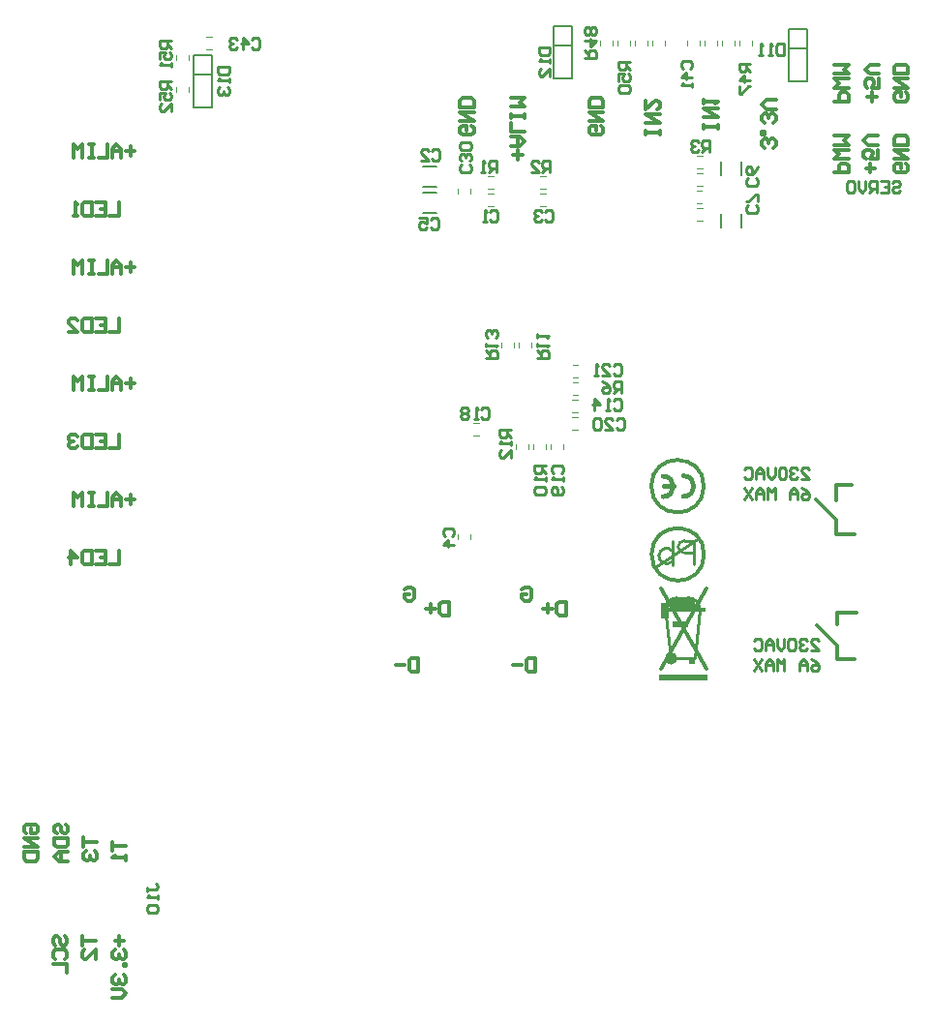
<source format=gbo>
G04 Layer_Color=32896*
%FSLAX25Y25*%
%MOIN*%
G70*
G01*
G75*
%ADD40C,0.00787*%
%ADD90C,0.01000*%
%ADD92C,0.01181*%
%ADD93C,0.00984*%
%ADD94C,0.00394*%
%ADD150C,0.01575*%
%ADD151C,0.02756*%
%ADD152R,0.08661X0.03937*%
%ADD153R,0.02756X0.05512*%
%ADD154R,0.14173X0.01575*%
%ADD155R,0.05512X0.01969*%
%ADD156R,0.02362X0.01969*%
%ADD157R,0.16535X0.02362*%
D40*
X196150Y-20055D02*
Y-1945D01*
X189850D02*
X196150D01*
X189850Y-20055D02*
Y-1945D01*
Y-20055D02*
X196150D01*
X189850Y-8638D02*
X196150D01*
X277150Y-21055D02*
Y-2945D01*
X270850D02*
X277150D01*
X270850Y-21055D02*
Y-2945D01*
Y-21055D02*
X277150D01*
X270850Y-9638D02*
X277150D01*
X247457Y-53264D02*
Y-48736D01*
X254543Y-53264D02*
Y-48736D01*
Y-71264D02*
Y-66736D01*
X247457Y-71264D02*
Y-66736D01*
X144736Y-57543D02*
X149264D01*
X144736Y-50457D02*
X149264D01*
X144736Y-59457D02*
X149264D01*
X144736Y-66543D02*
X149264D01*
X72150Y-30055D02*
Y-11945D01*
X65850D02*
X72150D01*
X65850Y-30055D02*
Y-11945D01*
Y-30055D02*
X72150D01*
X65850Y-18638D02*
X72150D01*
D90*
X232138Y-198976D02*
G03*
X228201Y-202913I0J-3937D01*
G01*
X240012D02*
G03*
X236075Y-198976I-3937J0D01*
G01*
X224744Y-188528D02*
X239744Y-178567D01*
X232138Y-198976D02*
X236075D01*
X228201Y-202126D02*
X230169Y-219842D01*
X238437D01*
X240012Y-202913D01*
X167876Y-66220D02*
X168532Y-65564D01*
X169844D01*
X170500Y-66220D01*
Y-68844D01*
X169844Y-69500D01*
X168532D01*
X167876Y-68844D01*
X166564Y-69500D02*
X165252D01*
X165908D01*
Y-65564D01*
X166564Y-66220D01*
X147876Y-45220D02*
X148532Y-44564D01*
X149844D01*
X150500Y-45220D01*
Y-47844D01*
X149844Y-48500D01*
X148532D01*
X147876Y-47844D01*
X143940Y-48500D02*
X146564D01*
X143940Y-45876D01*
Y-45220D01*
X144596Y-44564D01*
X145908D01*
X146564Y-45220D01*
X186876Y-66220D02*
X187532Y-65564D01*
X188844D01*
X189500Y-66220D01*
Y-68844D01*
X188844Y-69500D01*
X187532D01*
X186876Y-68844D01*
X185564Y-66220D02*
X184908Y-65564D01*
X183596D01*
X182940Y-66220D01*
Y-66876D01*
X183596Y-67532D01*
X184252D01*
X183596D01*
X182940Y-68188D01*
Y-68844D01*
X183596Y-69500D01*
X184908D01*
X185564Y-68844D01*
X152220Y-177624D02*
X151564Y-176968D01*
Y-175656D01*
X152220Y-175000D01*
X154844D01*
X155500Y-175656D01*
Y-176968D01*
X154844Y-177624D01*
X155500Y-180904D02*
X151564D01*
X153532Y-178936D01*
Y-181560D01*
X147376Y-68720D02*
X148032Y-68064D01*
X149344D01*
X150000Y-68720D01*
Y-71344D01*
X149344Y-72000D01*
X148032D01*
X147376Y-71344D01*
X143440Y-68064D02*
X146064D01*
Y-70032D01*
X144752Y-69376D01*
X144096D01*
X143440Y-70032D01*
Y-71344D01*
X144096Y-72000D01*
X145408D01*
X146064Y-71344D01*
X259280Y-54376D02*
X259936Y-55032D01*
Y-56344D01*
X259280Y-57000D01*
X256656D01*
X256000Y-56344D01*
Y-55032D01*
X256656Y-54376D01*
X259936Y-50440D02*
X259280Y-51752D01*
X257968Y-53064D01*
X256656D01*
X256000Y-52408D01*
Y-51096D01*
X256656Y-50440D01*
X257312D01*
X257968Y-51096D01*
Y-53064D01*
X259280Y-63876D02*
X259936Y-64532D01*
Y-65844D01*
X259280Y-66500D01*
X256656D01*
X256000Y-65844D01*
Y-64532D01*
X256656Y-63876D01*
X259936Y-62564D02*
Y-59940D01*
X259280D01*
X256656Y-62564D01*
X256000D01*
X210376Y-131220D02*
X211032Y-130564D01*
X212344D01*
X213000Y-131220D01*
Y-133844D01*
X212344Y-134500D01*
X211032D01*
X210376Y-133844D01*
X209064Y-134500D02*
X207752D01*
X208408D01*
Y-130564D01*
X209064Y-131220D01*
X203817Y-134500D02*
Y-130564D01*
X205785Y-132532D01*
X203161D01*
X164876Y-134220D02*
X165532Y-133564D01*
X166844D01*
X167500Y-134220D01*
Y-136844D01*
X166844Y-137500D01*
X165532D01*
X164876Y-136844D01*
X163564Y-137500D02*
X162252D01*
X162908D01*
Y-133564D01*
X163564Y-134220D01*
X160284D02*
X159628Y-133564D01*
X158317D01*
X157661Y-134220D01*
Y-134876D01*
X158317Y-135532D01*
X157661Y-136188D01*
Y-136844D01*
X158317Y-137500D01*
X159628D01*
X160284Y-136844D01*
Y-136188D01*
X159628Y-135532D01*
X160284Y-134876D01*
Y-134220D01*
X159628Y-135532D02*
X158317D01*
X189720Y-156124D02*
X189064Y-155468D01*
Y-154156D01*
X189720Y-153500D01*
X192344D01*
X193000Y-154156D01*
Y-155468D01*
X192344Y-156124D01*
X193000Y-157436D02*
Y-158748D01*
Y-158092D01*
X189064D01*
X189720Y-157436D01*
X192344Y-160715D02*
X193000Y-161372D01*
Y-162683D01*
X192344Y-163339D01*
X189720D01*
X189064Y-162683D01*
Y-161372D01*
X189720Y-160715D01*
X190376D01*
X191032Y-161372D01*
Y-163339D01*
X211376Y-137720D02*
X212032Y-137064D01*
X213344D01*
X214000Y-137720D01*
Y-140344D01*
X213344Y-141000D01*
X212032D01*
X211376Y-140344D01*
X207440Y-141000D02*
X210064D01*
X207440Y-138376D01*
Y-137720D01*
X208096Y-137064D01*
X209408D01*
X210064Y-137720D01*
X206129D02*
X205473Y-137064D01*
X204161D01*
X203505Y-137720D01*
Y-140344D01*
X204161Y-141000D01*
X205473D01*
X206129Y-140344D01*
Y-137720D01*
X210376Y-119220D02*
X211032Y-118564D01*
X212344D01*
X213000Y-119220D01*
Y-121844D01*
X212344Y-122500D01*
X211032D01*
X210376Y-121844D01*
X206440Y-122500D02*
X209064D01*
X206440Y-119876D01*
Y-119220D01*
X207096Y-118564D01*
X208408D01*
X209064Y-119220D01*
X205129Y-122500D02*
X203817D01*
X204473D01*
Y-118564D01*
X205129Y-119220D01*
X160780Y-49876D02*
X161436Y-50532D01*
Y-51844D01*
X160780Y-52500D01*
X158156D01*
X157500Y-51844D01*
Y-50532D01*
X158156Y-49876D01*
X160780Y-48564D02*
X161436Y-47908D01*
Y-46596D01*
X160780Y-45940D01*
X160124D01*
X159468Y-46596D01*
Y-47252D01*
Y-46596D01*
X158812Y-45940D01*
X158156D01*
X157500Y-46596D01*
Y-47908D01*
X158156Y-48564D01*
X160780Y-44629D02*
X161436Y-43973D01*
Y-42661D01*
X160780Y-42005D01*
X158156D01*
X157500Y-42661D01*
Y-43973D01*
X158156Y-44629D01*
X160780D01*
X269000Y-8064D02*
Y-12000D01*
X267032D01*
X266376Y-11344D01*
Y-8720D01*
X267032Y-8064D01*
X269000D01*
X265064Y-12000D02*
X263752D01*
X264408D01*
Y-8064D01*
X265064Y-8720D01*
X261785Y-12000D02*
X260473D01*
X261128D01*
Y-8064D01*
X261785Y-8720D01*
X184564Y-9500D02*
X188500D01*
Y-11468D01*
X187844Y-12124D01*
X185220D01*
X184564Y-11468D01*
Y-9500D01*
X188500Y-13436D02*
Y-14748D01*
Y-14092D01*
X184564D01*
X185220Y-13436D01*
X188500Y-19339D02*
Y-16715D01*
X185876Y-19339D01*
X185220D01*
X184564Y-18683D01*
Y-17371D01*
X185220Y-16715D01*
X74064Y-16000D02*
X78000D01*
Y-17968D01*
X77344Y-18624D01*
X74720D01*
X74064Y-17968D01*
Y-16000D01*
X78000Y-19936D02*
Y-21248D01*
Y-20592D01*
X74064D01*
X74720Y-19936D01*
Y-23215D02*
X74064Y-23871D01*
Y-25183D01*
X74720Y-25839D01*
X75376D01*
X76032Y-25183D01*
Y-24527D01*
Y-25183D01*
X76688Y-25839D01*
X77344D01*
X78000Y-25183D01*
Y-23871D01*
X77344Y-23215D01*
X49564Y-300124D02*
Y-298812D01*
Y-299468D01*
X52844D01*
X53500Y-298812D01*
Y-298156D01*
X52844Y-297500D01*
X53500Y-301436D02*
Y-302748D01*
Y-302092D01*
X49564D01*
X50220Y-301436D01*
Y-304715D02*
X49564Y-305371D01*
Y-306683D01*
X50220Y-307339D01*
X52844D01*
X53500Y-306683D01*
Y-305371D01*
X52844Y-304715D01*
X50220D01*
X170000Y-52500D02*
Y-48564D01*
X168032D01*
X167376Y-49220D01*
Y-50532D01*
X168032Y-51188D01*
X170000D01*
X168688D02*
X167376Y-52500D01*
X166064D02*
X164752D01*
X165408D01*
Y-48564D01*
X166064Y-49220D01*
X188500Y-52500D02*
Y-48564D01*
X186532D01*
X185876Y-49220D01*
Y-50532D01*
X186532Y-51188D01*
X188500D01*
X187188D02*
X185876Y-52500D01*
X181940D02*
X184564D01*
X181940Y-49876D01*
Y-49220D01*
X182596Y-48564D01*
X183908D01*
X184564Y-49220D01*
X243500Y-45500D02*
Y-41564D01*
X241532D01*
X240876Y-42220D01*
Y-43532D01*
X241532Y-44188D01*
X243500D01*
X242188D02*
X240876Y-45500D01*
X239564Y-42220D02*
X238908Y-41564D01*
X237596D01*
X236940Y-42220D01*
Y-42876D01*
X237596Y-43532D01*
X238252D01*
X237596D01*
X236940Y-44188D01*
Y-44844D01*
X237596Y-45500D01*
X238908D01*
X239564Y-44844D01*
X213000Y-128500D02*
Y-124564D01*
X211032D01*
X210376Y-125220D01*
Y-126532D01*
X211032Y-127188D01*
X213000D01*
X211688D02*
X210376Y-128500D01*
X206440Y-124564D02*
X207752Y-125220D01*
X209064Y-126532D01*
Y-127844D01*
X208408Y-128500D01*
X207096D01*
X206440Y-127844D01*
Y-127188D01*
X207096Y-126532D01*
X209064D01*
X187000Y-153500D02*
X183064D01*
Y-155468D01*
X183720Y-156124D01*
X185032D01*
X185688Y-155468D01*
Y-153500D01*
Y-154812D02*
X187000Y-156124D01*
Y-157436D02*
Y-158748D01*
Y-158092D01*
X183064D01*
X183720Y-157436D01*
Y-160715D02*
X183064Y-161372D01*
Y-162683D01*
X183720Y-163339D01*
X186344D01*
X187000Y-162683D01*
Y-161372D01*
X186344Y-160715D01*
X183720D01*
X184000Y-116500D02*
X187936D01*
Y-114532D01*
X187280Y-113876D01*
X185968D01*
X185312Y-114532D01*
Y-116500D01*
Y-115188D02*
X184000Y-113876D01*
Y-112564D02*
Y-111252D01*
Y-111908D01*
X187936D01*
X187280Y-112564D01*
X184000Y-109284D02*
Y-107973D01*
Y-108628D01*
X187936D01*
X187280Y-109284D01*
X175000Y-141000D02*
X171064D01*
Y-142968D01*
X171720Y-143624D01*
X173032D01*
X173688Y-142968D01*
Y-141000D01*
Y-142312D02*
X175000Y-143624D01*
Y-144936D02*
Y-146248D01*
Y-145592D01*
X171064D01*
X171720Y-144936D01*
X175000Y-150839D02*
Y-148215D01*
X172376Y-150839D01*
X171720D01*
X171064Y-150183D01*
Y-148872D01*
X171720Y-148215D01*
X166500Y-116500D02*
X170436D01*
Y-114532D01*
X169780Y-113876D01*
X168468D01*
X167812Y-114532D01*
Y-116500D01*
Y-115188D02*
X166500Y-113876D01*
Y-112564D02*
Y-111252D01*
Y-111908D01*
X170436D01*
X169780Y-112564D01*
Y-109284D02*
X170436Y-108628D01*
Y-107317D01*
X169780Y-106661D01*
X169124D01*
X168468Y-107317D01*
Y-107973D01*
Y-107317D01*
X167812Y-106661D01*
X167156D01*
X166500Y-107317D01*
Y-108628D01*
X167156Y-109284D01*
X257500Y-15000D02*
X253564D01*
Y-16968D01*
X254220Y-17624D01*
X255532D01*
X256188Y-16968D01*
Y-15000D01*
Y-16312D02*
X257500Y-17624D01*
Y-20904D02*
X253564D01*
X255532Y-18936D01*
Y-21560D01*
X253564Y-22872D02*
Y-25495D01*
X254220D01*
X256844Y-22872D01*
X257500D01*
X200500Y-13000D02*
X204436D01*
Y-11032D01*
X203780Y-10376D01*
X202468D01*
X201812Y-11032D01*
Y-13000D01*
Y-11688D02*
X200500Y-10376D01*
Y-7096D02*
X204436D01*
X202468Y-9064D01*
Y-6440D01*
X203780Y-5128D02*
X204436Y-4473D01*
Y-3161D01*
X203780Y-2505D01*
X203124D01*
X202468Y-3161D01*
X201812Y-2505D01*
X201156D01*
X200500Y-3161D01*
Y-4473D01*
X201156Y-5128D01*
X201812D01*
X202468Y-4473D01*
X203124Y-5128D01*
X203780D01*
X202468Y-4473D02*
Y-3161D01*
X216000Y-14500D02*
X212064D01*
Y-16468D01*
X212720Y-17124D01*
X214032D01*
X214688Y-16468D01*
Y-14500D01*
Y-15812D02*
X216000Y-17124D01*
X212064Y-21060D02*
Y-18436D01*
X214032D01*
X213376Y-19748D01*
Y-20404D01*
X214032Y-21060D01*
X215344D01*
X216000Y-20404D01*
Y-19092D01*
X215344Y-18436D01*
X212720Y-22372D02*
X212064Y-23027D01*
Y-24339D01*
X212720Y-24995D01*
X215344D01*
X216000Y-24339D01*
Y-23027D01*
X215344Y-22372D01*
X212720D01*
X58000Y-7000D02*
X54064D01*
Y-8968D01*
X54720Y-9624D01*
X56032D01*
X56688Y-8968D01*
Y-7000D01*
Y-8312D02*
X58000Y-9624D01*
X54064Y-13560D02*
Y-10936D01*
X56032D01*
X55376Y-12248D01*
Y-12904D01*
X56032Y-13560D01*
X57344D01*
X58000Y-12904D01*
Y-11592D01*
X57344Y-10936D01*
X58000Y-14872D02*
Y-16183D01*
Y-15527D01*
X54064D01*
X54720Y-14872D01*
X58000Y-21000D02*
X54064D01*
Y-22968D01*
X54720Y-23624D01*
X56032D01*
X56688Y-22968D01*
Y-21000D01*
Y-22312D02*
X58000Y-23624D01*
X54064Y-27560D02*
Y-24936D01*
X56032D01*
X55376Y-26248D01*
Y-26904D01*
X56032Y-27560D01*
X57344D01*
X58000Y-26904D01*
Y-25592D01*
X57344Y-24936D01*
X58000Y-31495D02*
Y-28872D01*
X55376Y-31495D01*
X54720D01*
X54064Y-30839D01*
Y-29527D01*
X54720Y-28872D01*
X234220Y-16624D02*
X233564Y-15968D01*
Y-14656D01*
X234220Y-14000D01*
X236844D01*
X237500Y-14656D01*
Y-15968D01*
X236844Y-16624D01*
X237500Y-19904D02*
X233564D01*
X235532Y-17936D01*
Y-20560D01*
X237500Y-21871D02*
Y-23183D01*
Y-22527D01*
X233564D01*
X234220Y-21871D01*
X85876Y-6720D02*
X86532Y-6064D01*
X87844D01*
X88500Y-6720D01*
Y-9344D01*
X87844Y-10000D01*
X86532D01*
X85876Y-9344D01*
X82596Y-10000D02*
Y-6064D01*
X84564Y-8032D01*
X81940D01*
X80629Y-6720D02*
X79973Y-6064D01*
X78661D01*
X78005Y-6720D01*
Y-7376D01*
X78661Y-8032D01*
X79317D01*
X78661D01*
X78005Y-8688D01*
Y-9344D01*
X78661Y-10000D01*
X79973D01*
X80629Y-9344D01*
X278376Y-217000D02*
X281000D01*
X278376Y-214376D01*
Y-213720D01*
X279032Y-213064D01*
X280344D01*
X281000Y-213720D01*
X277064D02*
X276408Y-213064D01*
X275096D01*
X274440Y-213720D01*
Y-214376D01*
X275096Y-215032D01*
X275752D01*
X275096D01*
X274440Y-215688D01*
Y-216344D01*
X275096Y-217000D01*
X276408D01*
X277064Y-216344D01*
X273129Y-213720D02*
X272473Y-213064D01*
X271161D01*
X270505Y-213720D01*
Y-216344D01*
X271161Y-217000D01*
X272473D01*
X273129Y-216344D01*
Y-213720D01*
X269193Y-213064D02*
Y-215688D01*
X267881Y-217000D01*
X266569Y-215688D01*
Y-213064D01*
X265257Y-217000D02*
Y-214376D01*
X263945Y-213064D01*
X262633Y-214376D01*
Y-217000D01*
Y-215032D01*
X265257D01*
X258698Y-213720D02*
X259353Y-213064D01*
X260665D01*
X261321Y-213720D01*
Y-216344D01*
X260665Y-217000D01*
X259353D01*
X258698Y-216344D01*
X278376Y-220064D02*
X279688Y-220720D01*
X281000Y-222032D01*
Y-223344D01*
X280344Y-224000D01*
X279032D01*
X278376Y-223344D01*
Y-222688D01*
X279032Y-222032D01*
X281000D01*
X277064Y-224000D02*
Y-221376D01*
X275752Y-220064D01*
X274440Y-221376D01*
Y-224000D01*
Y-222032D01*
X277064D01*
X269193Y-224000D02*
Y-220064D01*
X267881Y-221376D01*
X266569Y-220064D01*
Y-224000D01*
X265257D02*
Y-221376D01*
X263945Y-220064D01*
X262633Y-221376D01*
Y-224000D01*
Y-222032D01*
X265257D01*
X261321Y-220064D02*
X258698Y-224000D01*
Y-220064D02*
X261321Y-224000D01*
X275093Y-161190D02*
X276405Y-161846D01*
X277716Y-163158D01*
Y-164470D01*
X277061Y-165126D01*
X275749D01*
X275093Y-164470D01*
Y-163814D01*
X275749Y-163158D01*
X277716D01*
X273781Y-165126D02*
Y-162502D01*
X272469Y-161190D01*
X271157Y-162502D01*
Y-165126D01*
Y-163158D01*
X273781D01*
X265909Y-165126D02*
Y-161190D01*
X264597Y-162502D01*
X263285Y-161190D01*
Y-165126D01*
X261974D02*
Y-162502D01*
X260662Y-161190D01*
X259350Y-162502D01*
Y-165126D01*
Y-163158D01*
X261974D01*
X258038Y-161190D02*
X255414Y-165126D01*
Y-161190D02*
X258038Y-165126D01*
X275093Y-158126D02*
X277716D01*
X275093Y-155502D01*
Y-154846D01*
X275749Y-154190D01*
X277061D01*
X277716Y-154846D01*
X273781D02*
X273125Y-154190D01*
X271813D01*
X271157Y-154846D01*
Y-155502D01*
X271813Y-156158D01*
X272469D01*
X271813D01*
X271157Y-156814D01*
Y-157470D01*
X271813Y-158126D01*
X273125D01*
X273781Y-157470D01*
X269845Y-154846D02*
X269189Y-154190D01*
X267877D01*
X267221Y-154846D01*
Y-157470D01*
X267877Y-158126D01*
X269189D01*
X269845Y-157470D01*
Y-154846D01*
X265909Y-154190D02*
Y-156814D01*
X264597Y-158126D01*
X263285Y-156814D01*
Y-154190D01*
X261974Y-158126D02*
Y-155502D01*
X260662Y-154190D01*
X259350Y-155502D01*
Y-158126D01*
Y-156158D01*
X261974D01*
X255414Y-154846D02*
X256070Y-154190D01*
X257382D01*
X258038Y-154846D01*
Y-157470D01*
X257382Y-158126D01*
X256070D01*
X255414Y-157470D01*
X306376Y-56220D02*
X307032Y-55564D01*
X308344D01*
X309000Y-56220D01*
Y-56876D01*
X308344Y-57532D01*
X307032D01*
X306376Y-58188D01*
Y-58844D01*
X307032Y-59500D01*
X308344D01*
X309000Y-58844D01*
X302440Y-55564D02*
X305064D01*
Y-59500D01*
X302440D01*
X305064Y-57532D02*
X303752D01*
X301129Y-59500D02*
Y-55564D01*
X299161D01*
X298505Y-56220D01*
Y-57532D01*
X299161Y-58188D01*
X301129D01*
X299817D02*
X298505Y-59500D01*
X297193Y-55564D02*
Y-58188D01*
X295881Y-59500D01*
X294569Y-58188D01*
Y-55564D01*
X291289D02*
X292601D01*
X293257Y-56220D01*
Y-58844D01*
X292601Y-59500D01*
X291289D01*
X290633Y-58844D01*
Y-56220D01*
X291289Y-55564D01*
D92*
X241457Y-160500D02*
G03*
X241457Y-160500I-9055J0D01*
G01*
X241555Y-184000D02*
G03*
X241555Y-184000I-9055J0D01*
G01*
X226626Y-195827D02*
X242374Y-223386D01*
X226626D02*
X242374Y-195827D01*
X287000Y-160000D02*
X292500D01*
X287000Y-165500D02*
Y-160000D01*
X280000Y-165000D02*
X287000Y-172000D01*
Y-177000D02*
Y-172000D01*
X287500Y-220000D02*
X293500D01*
X287500D02*
Y-215500D01*
X280500Y-208500D02*
X287500Y-215500D01*
Y-208000D02*
Y-204000D01*
X294000D01*
X287000Y-177000D02*
X293500D01*
X265436Y-44000D02*
X266223Y-43213D01*
Y-41639D01*
X265436Y-40851D01*
X264649D01*
X263861Y-41639D01*
Y-42426D01*
Y-41639D01*
X263074Y-40851D01*
X262287D01*
X261500Y-41639D01*
Y-43213D01*
X262287Y-44000D01*
X261500Y-39277D02*
X262287D01*
Y-38490D01*
X261500D01*
Y-39277D01*
X265436Y-35341D02*
X266223Y-34554D01*
Y-32980D01*
X265436Y-32193D01*
X264649D01*
X263861Y-32980D01*
Y-33767D01*
Y-32980D01*
X263074Y-32193D01*
X262287D01*
X261500Y-32980D01*
Y-34554D01*
X262287Y-35341D01*
X266223Y-30619D02*
X263074D01*
X261500Y-29044D01*
X263074Y-27470D01*
X266223D01*
X246223Y-37500D02*
Y-35926D01*
Y-36713D01*
X241500D01*
Y-37500D01*
Y-35926D01*
Y-33564D02*
X246223D01*
X241500Y-30416D01*
X246223D01*
X241500Y-28841D02*
Y-27267D01*
Y-28054D01*
X246223D01*
X245436Y-28841D01*
X226223Y-39500D02*
Y-37926D01*
Y-38713D01*
X221500D01*
Y-39500D01*
Y-37926D01*
Y-35564D02*
X226223D01*
X221500Y-32416D01*
X226223D01*
X221500Y-27693D02*
Y-30841D01*
X224649Y-27693D01*
X225436D01*
X226223Y-28480D01*
Y-30054D01*
X225436Y-30841D01*
X205936Y-36351D02*
X206723Y-37139D01*
Y-38713D01*
X205936Y-39500D01*
X202787D01*
X202000Y-38713D01*
Y-37139D01*
X202787Y-36351D01*
X204361D01*
Y-37926D01*
X202000Y-34777D02*
X206723D01*
X202000Y-31629D01*
X206723D01*
Y-30054D02*
X202000D01*
Y-27693D01*
X202787Y-26906D01*
X205936D01*
X206723Y-27693D01*
Y-30054D01*
X177361Y-48000D02*
Y-44851D01*
X178936Y-46426D02*
X175787D01*
X175000Y-43277D02*
X178149D01*
X179723Y-41703D01*
X178149Y-40128D01*
X175000D01*
X177361D01*
Y-43277D01*
X179723Y-38554D02*
X175000D01*
Y-35406D01*
X179723Y-33831D02*
Y-32257D01*
Y-33044D01*
X175000D01*
Y-33831D01*
Y-32257D01*
Y-29896D02*
X179723D01*
X178149Y-28321D01*
X179723Y-26747D01*
X175000D01*
X161436Y-36351D02*
X162223Y-37139D01*
Y-38713D01*
X161436Y-39500D01*
X158287D01*
X157500Y-38713D01*
Y-37139D01*
X158287Y-36351D01*
X159861D01*
Y-37926D01*
X157500Y-34777D02*
X162223D01*
X157500Y-31629D01*
X162223D01*
Y-30054D02*
X157500D01*
Y-27693D01*
X158287Y-26906D01*
X161436D01*
X162223Y-27693D01*
Y-30054D01*
X310936Y-24851D02*
X311723Y-25639D01*
Y-27213D01*
X310936Y-28000D01*
X307787D01*
X307000Y-27213D01*
Y-25639D01*
X307787Y-24851D01*
X309361D01*
Y-26426D01*
X307000Y-23277D02*
X311723D01*
X307000Y-20129D01*
X311723D01*
Y-18554D02*
X307000D01*
Y-16193D01*
X307787Y-15406D01*
X310936D01*
X311723Y-16193D01*
Y-18554D01*
X310936Y-49351D02*
X311723Y-50139D01*
Y-51713D01*
X310936Y-52500D01*
X307787D01*
X307000Y-51713D01*
Y-50139D01*
X307787Y-49351D01*
X309361D01*
Y-50926D01*
X307000Y-47777D02*
X311723D01*
X307000Y-44629D01*
X311723D01*
Y-43054D02*
X307000D01*
Y-40693D01*
X307787Y-39906D01*
X310936D01*
X311723Y-40693D01*
Y-43054D01*
X299361Y-28000D02*
Y-24851D01*
X300936Y-26426D02*
X297787D01*
X301723Y-20129D02*
Y-23277D01*
X299361D01*
X300149Y-21703D01*
Y-20916D01*
X299361Y-20129D01*
X297787D01*
X297000Y-20916D01*
Y-22490D01*
X297787Y-23277D01*
X301723Y-18554D02*
X298574D01*
X297000Y-16980D01*
X298574Y-15406D01*
X301723D01*
X298861Y-52500D02*
Y-49351D01*
X300436Y-50926D02*
X297287D01*
X301223Y-44629D02*
Y-47777D01*
X298861D01*
X299649Y-46203D01*
Y-45416D01*
X298861Y-44629D01*
X297287D01*
X296500Y-45416D01*
Y-46990D01*
X297287Y-47777D01*
X301223Y-43054D02*
X298074D01*
X296500Y-41480D01*
X298074Y-39906D01*
X301223D01*
X286500Y-52500D02*
X291223D01*
Y-50139D01*
X290436Y-49351D01*
X288861D01*
X288074Y-50139D01*
Y-52500D01*
X291223Y-47777D02*
X286500D01*
X288074Y-46203D01*
X286500Y-44629D01*
X291223D01*
X286500Y-43054D02*
X291223D01*
X289649Y-41480D01*
X291223Y-39906D01*
X286500D01*
Y-28000D02*
X291223D01*
Y-25639D01*
X290436Y-24851D01*
X288861D01*
X288074Y-25639D01*
Y-28000D01*
X291223Y-23277D02*
X286500D01*
X288074Y-21703D01*
X286500Y-20129D01*
X291223D01*
X286500Y-18554D02*
X291223D01*
X289649Y-16980D01*
X291223Y-15406D01*
X286500D01*
X194000Y-200277D02*
Y-205000D01*
X191639D01*
X190851Y-204213D01*
Y-201064D01*
X191639Y-200277D01*
X194000D01*
X189277Y-202639D02*
X186128D01*
X187703Y-201064D02*
Y-204213D01*
X183500Y-219777D02*
Y-224500D01*
X181139D01*
X180351Y-223713D01*
Y-220564D01*
X181139Y-219777D01*
X183500D01*
X178777Y-222139D02*
X175628D01*
X178851Y-196064D02*
X179639Y-195277D01*
X181213D01*
X182000Y-196064D01*
Y-199213D01*
X181213Y-200000D01*
X179639D01*
X178851Y-199213D01*
Y-197639D01*
X180426D01*
X138497Y-196064D02*
X139284Y-195277D01*
X140858D01*
X141646Y-196064D01*
Y-199213D01*
X140858Y-200000D01*
X139284D01*
X138497Y-199213D01*
Y-197639D01*
X140071D01*
X143146Y-219777D02*
Y-224500D01*
X140784D01*
X139997Y-223713D01*
Y-220564D01*
X140784Y-219777D01*
X143146D01*
X138423Y-222139D02*
X135274D01*
X153646Y-200277D02*
Y-205000D01*
X151284D01*
X150497Y-204213D01*
Y-201064D01*
X151284Y-200277D01*
X153646D01*
X148923Y-202639D02*
X145774D01*
X147348Y-201064D02*
Y-204213D01*
X45500Y-45139D02*
X42351D01*
X43926Y-43564D02*
Y-46713D01*
X40777Y-47500D02*
Y-44351D01*
X39203Y-42777D01*
X37628Y-44351D01*
Y-47500D01*
Y-45139D01*
X40777D01*
X36054Y-42777D02*
Y-47500D01*
X32906D01*
X31331Y-42777D02*
X29757D01*
X30544D01*
Y-47500D01*
X31331D01*
X29757D01*
X27396D02*
Y-42777D01*
X25821Y-44351D01*
X24247Y-42777D01*
Y-47500D01*
X40000Y-62777D02*
Y-67500D01*
X36851D01*
X32129Y-62777D02*
X35277D01*
Y-67500D01*
X32129D01*
X35277Y-65139D02*
X33703D01*
X30554Y-62777D02*
Y-67500D01*
X28193D01*
X27406Y-66713D01*
Y-63564D01*
X28193Y-62777D01*
X30554D01*
X25831Y-67500D02*
X24257D01*
X25044D01*
Y-62777D01*
X25831Y-63564D01*
X40000Y-102777D02*
Y-107500D01*
X36851D01*
X32129Y-102777D02*
X35277D01*
Y-107500D01*
X32129D01*
X35277Y-105139D02*
X33703D01*
X30554Y-102777D02*
Y-107500D01*
X28193D01*
X27406Y-106713D01*
Y-103564D01*
X28193Y-102777D01*
X30554D01*
X22683Y-107500D02*
X25831D01*
X22683Y-104351D01*
Y-103564D01*
X23470Y-102777D01*
X25044D01*
X25831Y-103564D01*
X45500Y-85139D02*
X42351D01*
X43926Y-83564D02*
Y-86713D01*
X40777Y-87500D02*
Y-84351D01*
X39203Y-82777D01*
X37628Y-84351D01*
Y-87500D01*
Y-85139D01*
X40777D01*
X36054Y-82777D02*
Y-87500D01*
X32906D01*
X31331Y-82777D02*
X29757D01*
X30544D01*
Y-87500D01*
X31331D01*
X29757D01*
X27396D02*
Y-82777D01*
X25821Y-84351D01*
X24247Y-82777D01*
Y-87500D01*
X40000Y-142777D02*
Y-147500D01*
X36851D01*
X32129Y-142777D02*
X35277D01*
Y-147500D01*
X32129D01*
X35277Y-145139D02*
X33703D01*
X30554Y-142777D02*
Y-147500D01*
X28193D01*
X27406Y-146713D01*
Y-143564D01*
X28193Y-142777D01*
X30554D01*
X25831Y-143564D02*
X25044Y-142777D01*
X23470D01*
X22683Y-143564D01*
Y-144351D01*
X23470Y-145139D01*
X24257D01*
X23470D01*
X22683Y-145926D01*
Y-146713D01*
X23470Y-147500D01*
X25044D01*
X25831Y-146713D01*
X45500Y-125139D02*
X42351D01*
X43926Y-123564D02*
Y-126713D01*
X40777Y-127500D02*
Y-124351D01*
X39203Y-122777D01*
X37628Y-124351D01*
Y-127500D01*
Y-125139D01*
X40777D01*
X36054Y-122777D02*
Y-127500D01*
X32906D01*
X31331Y-122777D02*
X29757D01*
X30544D01*
Y-127500D01*
X31331D01*
X29757D01*
X27396D02*
Y-122777D01*
X25821Y-124351D01*
X24247Y-122777D01*
Y-127500D01*
X40000Y-182777D02*
Y-187500D01*
X36851D01*
X32129Y-182777D02*
X35277D01*
Y-187500D01*
X32129D01*
X35277Y-185139D02*
X33703D01*
X30554Y-182777D02*
Y-187500D01*
X28193D01*
X27406Y-186713D01*
Y-183564D01*
X28193Y-182777D01*
X30554D01*
X23470Y-187500D02*
Y-182777D01*
X25831Y-185139D01*
X22683D01*
X45500Y-165139D02*
X42351D01*
X43926Y-163564D02*
Y-166713D01*
X40777Y-167500D02*
Y-164351D01*
X39203Y-162777D01*
X37628Y-164351D01*
Y-167500D01*
Y-165139D01*
X40777D01*
X36054Y-162777D02*
Y-167500D01*
X32906D01*
X31331Y-162777D02*
X29757D01*
X30544D01*
Y-167500D01*
X31331D01*
X29757D01*
X27396D02*
Y-162777D01*
X25821Y-164351D01*
X24247Y-162777D01*
Y-167500D01*
X18064Y-318649D02*
X17277Y-317861D01*
Y-316287D01*
X18064Y-315500D01*
X18851D01*
X19639Y-316287D01*
Y-317861D01*
X20426Y-318649D01*
X21213D01*
X22000Y-317861D01*
Y-316287D01*
X21213Y-315500D01*
X18064Y-323372D02*
X17277Y-322584D01*
Y-321010D01*
X18064Y-320223D01*
X21213D01*
X22000Y-321010D01*
Y-322584D01*
X21213Y-323372D01*
X17277Y-324946D02*
X22000D01*
Y-328094D01*
X27277Y-315500D02*
Y-318649D01*
Y-317074D01*
X32000D01*
Y-323372D02*
Y-320223D01*
X28851Y-323372D01*
X28064D01*
X27277Y-322584D01*
Y-321010D01*
X28064Y-320223D01*
X40139Y-315500D02*
Y-318649D01*
X38564Y-317074D02*
X41713D01*
X38564Y-320223D02*
X37777Y-321010D01*
Y-322584D01*
X38564Y-323372D01*
X39351D01*
X40139Y-322584D01*
Y-321797D01*
Y-322584D01*
X40926Y-323372D01*
X41713D01*
X42500Y-322584D01*
Y-321010D01*
X41713Y-320223D01*
X42500Y-324946D02*
X41713D01*
Y-325733D01*
X42500D01*
Y-324946D01*
X38564Y-328882D02*
X37777Y-329669D01*
Y-331243D01*
X38564Y-332030D01*
X39351D01*
X40139Y-331243D01*
Y-330456D01*
Y-331243D01*
X40926Y-332030D01*
X41713D01*
X42500Y-331243D01*
Y-329669D01*
X41713Y-328882D01*
X37777Y-333604D02*
X40926D01*
X42500Y-335179D01*
X40926Y-336753D01*
X37777D01*
Y-283000D02*
Y-286149D01*
Y-284574D01*
X42500D01*
Y-287723D02*
Y-289297D01*
Y-288510D01*
X37777D01*
X38564Y-287723D01*
X27777Y-281500D02*
Y-284649D01*
Y-283074D01*
X32500D01*
X28564Y-286223D02*
X27777Y-287010D01*
Y-288584D01*
X28564Y-289371D01*
X29351D01*
X30139Y-288584D01*
Y-287797D01*
Y-288584D01*
X30926Y-289371D01*
X31713D01*
X32500Y-288584D01*
Y-287010D01*
X31713Y-286223D01*
X18564Y-280149D02*
X17777Y-279361D01*
Y-277787D01*
X18564Y-277000D01*
X19351D01*
X20139Y-277787D01*
Y-279361D01*
X20926Y-280149D01*
X21713D01*
X22500Y-279361D01*
Y-277787D01*
X21713Y-277000D01*
X17777Y-281723D02*
X22500D01*
Y-284084D01*
X21713Y-284872D01*
X18564D01*
X17777Y-284084D01*
Y-281723D01*
X22500Y-286446D02*
X19351D01*
X17777Y-288020D01*
X19351Y-289594D01*
X22500D01*
X20139D01*
Y-286446D01*
X8064Y-280149D02*
X7277Y-279361D01*
Y-277787D01*
X8064Y-277000D01*
X11213D01*
X12000Y-277787D01*
Y-279361D01*
X11213Y-280149D01*
X9639D01*
Y-278574D01*
X12000Y-281723D02*
X7277D01*
X12000Y-284872D01*
X7277D01*
Y-286446D02*
X12000D01*
Y-288807D01*
X11213Y-289594D01*
X8064D01*
X7277Y-288807D01*
Y-286446D01*
D93*
X230728Y-182917D02*
G03*
X230582Y-186432I-2091J-1673D01*
G01*
X234764Y-179276D02*
G03*
X234764Y-183508I-49J-2116D01*
G01*
Y-179276D02*
X238051D01*
X234764Y-183508D02*
X238051D01*
X230728Y-187642D02*
Y-179276D01*
X238051Y-187504D02*
Y-179276D01*
D94*
X70114Y-5835D02*
X71886D01*
X70114Y-10165D02*
X71886D01*
X217835Y-8886D02*
Y-7114D01*
X222165Y-8886D02*
Y-7114D01*
X235835Y-8886D02*
Y-7114D01*
X240165Y-8886D02*
Y-7114D01*
X64165Y-24886D02*
Y-23114D01*
X59835Y-24886D02*
Y-23114D01*
X64165Y-13886D02*
Y-12114D01*
X59835Y-13886D02*
Y-12114D01*
X216165Y-8886D02*
Y-7114D01*
X211835Y-8886D02*
Y-7114D01*
X246165Y-8886D02*
Y-7114D01*
X241835Y-8886D02*
Y-7114D01*
X210165Y-8886D02*
Y-7114D01*
X205835Y-8886D02*
Y-7114D01*
X258165Y-8886D02*
Y-7114D01*
X253835Y-8886D02*
Y-7114D01*
X181165Y-147886D02*
Y-146114D01*
X176835Y-147886D02*
Y-146114D01*
X177835Y-112886D02*
Y-111114D01*
X182165Y-112886D02*
Y-111114D01*
X182835Y-147886D02*
Y-146114D01*
X187165Y-147886D02*
Y-146114D01*
X239114Y-57165D02*
X240886D01*
X239114Y-52835D02*
X240886D01*
X238965Y-63165D02*
X240736D01*
X238965Y-58835D02*
X240736D01*
X156835Y-59736D02*
Y-57965D01*
X161165Y-59736D02*
Y-57965D01*
X196264Y-123165D02*
X198035D01*
X196264Y-118835D02*
X198035D01*
X196114Y-141165D02*
X197886D01*
X196114Y-136835D02*
X197886D01*
X188835Y-147886D02*
Y-146114D01*
X193165Y-147886D02*
Y-146114D01*
X162114Y-138835D02*
X163886D01*
X162114Y-143165D02*
X163886D01*
X196114Y-135165D02*
X197886D01*
X196114Y-130835D02*
X197886D01*
X239114Y-64835D02*
X240886D01*
X239114Y-69165D02*
X240886D01*
X247835Y-8886D02*
Y-7114D01*
X252165Y-8886D02*
Y-7114D01*
X223835Y-8886D02*
Y-7114D01*
X228165Y-8886D02*
Y-7114D01*
X239114Y-46835D02*
X240886D01*
X239114Y-51165D02*
X240886D01*
X185114Y-59835D02*
X186886D01*
X185114Y-64165D02*
X186886D01*
X185114Y-58165D02*
X186886D01*
X185114Y-53835D02*
X186886D01*
X167114Y-64165D02*
X168886D01*
X167114Y-59835D02*
X168886D01*
X167114Y-53835D02*
X168886D01*
X167114Y-58165D02*
X168886D01*
X156835Y-178886D02*
Y-177114D01*
X161165Y-178886D02*
Y-177114D01*
X176165Y-112886D02*
Y-111114D01*
X171835Y-112886D02*
Y-111114D01*
X196264Y-124835D02*
X198035D01*
X196264Y-129165D02*
X198035D01*
D150*
X227382Y-164142D02*
G03*
X227382Y-157055I0J3543D01*
G01*
X234469Y-164043D02*
G03*
X234469Y-156957I0J3543D01*
G01*
X227579Y-160500D02*
X230925D01*
D151*
X230957Y-219843D02*
G03*
X230957Y-219843I-787J0D01*
G01*
D152*
X234106Y-201339D02*
D03*
D153*
X228004Y-203307D02*
D03*
D154*
X234894Y-202913D02*
D03*
D155*
X233319Y-208228D02*
D03*
D156*
X237256Y-220826D02*
D03*
D157*
X234500Y-226535D02*
D03*
M02*

</source>
